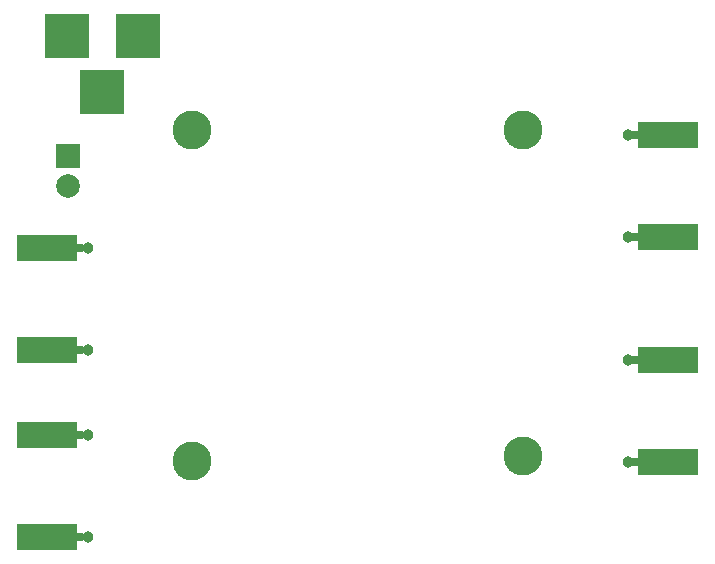
<source format=gbr>
G04 #@! TF.FileFunction,Soldermask,Bot*
%FSLAX46Y46*%
G04 Gerber Fmt 4.6, Leading zero omitted, Abs format (unit mm)*
G04 Created by KiCad (PCBNEW 4.0.1-stable) date Wednesday, May 18, 2016 'PMt' 12:19:56 PM*
%MOMM*%
G01*
G04 APERTURE LIST*
%ADD10C,0.100000*%
%ADD11R,3.810000X3.810000*%
%ADD12R,2.000000X2.000000*%
%ADD13C,2.000000*%
%ADD14C,3.302000*%
%ADD15C,0.965200*%
%ADD16R,5.080000X2.286000*%
%ADD17R,1.016000X0.635000*%
G04 APERTURE END LIST*
D10*
D11*
X188005340Y-57150000D03*
X182005860Y-57150000D03*
X185005600Y-61849000D03*
D12*
X182118000Y-67310000D03*
D13*
X182118000Y-69850000D03*
D14*
X192633600Y-65112900D03*
X192633600Y-93103700D03*
X220624400Y-65112900D03*
X220624400Y-92710000D03*
D15*
X183769000Y-75057000D03*
X183769000Y-83693000D03*
D16*
X180340000Y-75057000D03*
X180340000Y-83693000D03*
D17*
X182880000Y-75057000D03*
X182880000Y-83693000D03*
D15*
X183769000Y-90932000D03*
X183769000Y-99568000D03*
D16*
X180340000Y-90932000D03*
X180340000Y-99568000D03*
D17*
X182880000Y-90932000D03*
X182880000Y-99568000D03*
D15*
X229489000Y-74168000D03*
X229489000Y-65532000D03*
D16*
X232918000Y-74168000D03*
X232918000Y-65532000D03*
D17*
X230378000Y-74168000D03*
X230378000Y-65532000D03*
D15*
X229489000Y-93218000D03*
X229489000Y-84582000D03*
D16*
X232918000Y-93218000D03*
X232918000Y-84582000D03*
D17*
X230378000Y-93218000D03*
X230378000Y-84582000D03*
M02*

</source>
